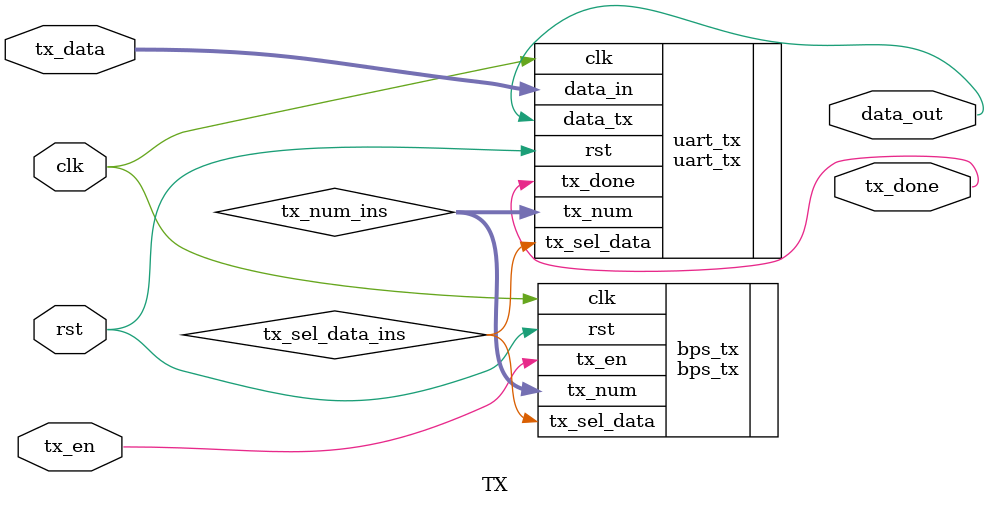
<source format=v>
`timescale 1ns / 1ps
module TX(
    input clk,
    input rst,
    input [7:0] tx_data,
    input tx_en,
	output tx_done,
    output data_out
    );

    wire tx_sel_data_ins;
    wire [3:0] tx_num_ins;

    bps_tx bps_tx(
    .clk(clk),
    .rst(rst),
    .tx_en(tx_en),

    .tx_sel_data(tx_sel_data_ins),
    .tx_num(tx_num_ins)
    );

    uart_tx uart_tx(
    .clk(clk),
    .rst(rst),
    .tx_num(tx_num_ins),
    .tx_sel_data(tx_sel_data_ins),
    .data_in(tx_data),
	.tx_done(tx_done),
    .data_tx(data_out)
    );


endmodule


</source>
